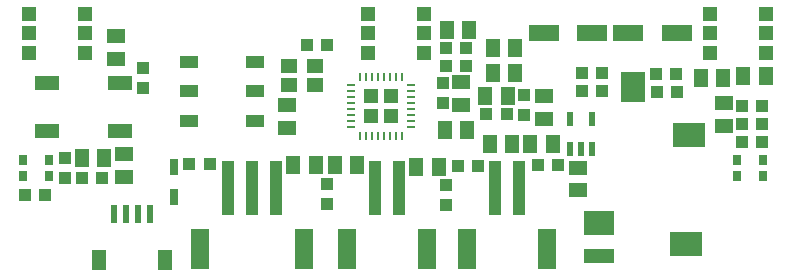
<source format=gbr>
G04 EAGLE Gerber RS-274X export*
G75*
%MOMM*%
%FSLAX34Y34*%
%LPD*%
%INSolderpaste Top*%
%IPPOS*%
%AMOC8*
5,1,8,0,0,1.08239X$1,22.5*%
G01*
%ADD10R,1.500000X1.240000*%
%ADD11R,1.240000X1.500000*%
%ADD12R,2.000000X1.200000*%
%ADD13R,1.300000X1.200000*%
%ADD14R,0.250000X0.800000*%
%ADD15R,0.800000X0.250000*%
%ADD16R,1.143000X1.143000*%
%ADD17R,2.600000X1.400000*%
%ADD18R,0.660000X0.900000*%
%ADD19R,0.550000X1.200000*%
%ADD20R,1.000000X1.075000*%
%ADD21R,1.300000X1.500000*%
%ADD22R,1.000000X4.600000*%
%ADD23R,1.600000X3.400000*%
%ADD24R,1.500000X1.000000*%
%ADD25R,1.400000X1.200000*%
%ADD26R,1.075000X1.000000*%
%ADD27R,0.800000X1.350000*%
%ADD28R,0.600000X1.550000*%
%ADD29R,1.200000X1.800000*%
%ADD30R,2.700000X2.000000*%
%ADD31R,2.800000X2.000000*%
%ADD32R,2.000000X2.500000*%
%ADD33R,2.600000X2.000000*%
%ADD34R,2.600000X1.200000*%


D10*
X88265Y181635D03*
X88265Y200635D03*
D11*
X638150Y167005D03*
X619150Y167005D03*
D12*
X29325Y160970D03*
X91325Y160970D03*
X91325Y120970D03*
X29325Y120970D03*
D13*
X61600Y186700D03*
X61600Y219700D03*
X14600Y186700D03*
X14600Y219700D03*
X61600Y203200D03*
X14600Y203200D03*
D14*
X329920Y166605D03*
X324920Y166605D03*
X319920Y166605D03*
X314920Y166605D03*
X309920Y166605D03*
X304920Y166605D03*
X299920Y166605D03*
X294920Y166605D03*
D15*
X287420Y159105D03*
X287420Y154105D03*
X287420Y149105D03*
X287420Y144105D03*
X287420Y139105D03*
X287420Y134105D03*
X287420Y129105D03*
X287420Y124105D03*
D14*
X294920Y116605D03*
X299920Y116605D03*
X304920Y116605D03*
X309920Y116605D03*
X314920Y116605D03*
X319920Y116605D03*
X324920Y116605D03*
X329920Y116605D03*
D15*
X337420Y124105D03*
X337420Y129105D03*
X337420Y134105D03*
X337420Y139105D03*
X337420Y144105D03*
X337420Y149105D03*
X337420Y154105D03*
X337420Y159105D03*
D16*
X304165Y149860D03*
X320675Y133350D03*
X320675Y149860D03*
X304165Y133350D03*
D17*
X491035Y203200D03*
X450035Y203200D03*
X562790Y203835D03*
X521790Y203835D03*
D11*
X400710Y150495D03*
X419710Y150495D03*
X368325Y206375D03*
X387325Y206375D03*
D18*
X613890Y82150D03*
X635790Y82150D03*
X635790Y95650D03*
X613890Y95650D03*
X31270Y95650D03*
X9370Y95650D03*
X9370Y82150D03*
X31270Y82150D03*
D19*
X472465Y105109D03*
X481965Y105109D03*
X491465Y105109D03*
X491465Y131111D03*
X472465Y131111D03*
D10*
X479425Y89510D03*
X479425Y70510D03*
X450215Y149835D03*
X450215Y130835D03*
D20*
X365125Y160900D03*
X365125Y143900D03*
D10*
X380365Y161900D03*
X380365Y142900D03*
D21*
X407060Y190500D03*
X426060Y190500D03*
X407060Y169545D03*
X426060Y169545D03*
D22*
X429100Y72560D03*
X409100Y72560D03*
D23*
X453100Y20560D03*
X385100Y20560D03*
D22*
X327500Y72560D03*
X307500Y72560D03*
D23*
X351500Y20560D03*
X283500Y20560D03*
D13*
X348620Y186700D03*
X348620Y219700D03*
X301620Y186700D03*
X301620Y219700D03*
X348620Y203200D03*
X301620Y203200D03*
X638180Y186700D03*
X638180Y219700D03*
X591180Y186700D03*
X591180Y219700D03*
X638180Y203200D03*
X591180Y203200D03*
D24*
X149800Y129305D03*
X149800Y154305D03*
X149800Y179305D03*
X205800Y179305D03*
X205800Y154305D03*
X205800Y129305D03*
D25*
X234110Y175640D03*
X256110Y175640D03*
X234110Y159640D03*
X256110Y159640D03*
D26*
X401710Y135255D03*
X418710Y135255D03*
X367420Y190500D03*
X384420Y190500D03*
X249945Y193040D03*
X266945Y193040D03*
D20*
X433705Y151375D03*
X433705Y134375D03*
D26*
X28185Y66675D03*
X11185Y66675D03*
X618245Y111125D03*
X635245Y111125D03*
X618245Y126365D03*
X635245Y126365D03*
D20*
X45085Y97400D03*
X45085Y80400D03*
D10*
X602615Y125120D03*
X602615Y144120D03*
D11*
X59080Y97790D03*
X78080Y97790D03*
D26*
X618245Y141605D03*
X635245Y141605D03*
X76445Y80645D03*
X59445Y80645D03*
D10*
X94615Y81940D03*
X94615Y100940D03*
D11*
X601955Y165735D03*
X582955Y165735D03*
D26*
X367420Y175260D03*
X384420Y175260D03*
X499355Y169545D03*
X482355Y169545D03*
X545220Y168910D03*
X562220Y168910D03*
D11*
X292075Y91440D03*
X273075Y91440D03*
X361290Y90170D03*
X342290Y90170D03*
D20*
X266700Y75810D03*
X266700Y58810D03*
X367665Y74540D03*
X367665Y57540D03*
D11*
X438810Y109220D03*
X457810Y109220D03*
X404520Y109220D03*
X423520Y109220D03*
D26*
X445525Y91440D03*
X462525Y91440D03*
X394580Y90805D03*
X377580Y90805D03*
X562855Y153670D03*
X545855Y153670D03*
X482355Y154305D03*
X499355Y154305D03*
D10*
X232410Y123215D03*
X232410Y142215D03*
D11*
X366420Y121285D03*
X385420Y121285D03*
X257150Y91440D03*
X238150Y91440D03*
D22*
X223200Y72720D03*
X203200Y72720D03*
D23*
X247200Y20720D03*
X159200Y20720D03*
D22*
X183200Y72720D03*
D26*
X167250Y92710D03*
X150250Y92710D03*
D27*
X137160Y90170D03*
X137160Y64770D03*
D28*
X96600Y50540D03*
X106600Y50540D03*
X86600Y50540D03*
X116600Y50540D03*
D29*
X73600Y11540D03*
X129600Y11540D03*
D20*
X111125Y157235D03*
X111125Y174235D03*
D30*
X570400Y25000D03*
D31*
X573400Y117000D03*
D32*
X525900Y158000D03*
D33*
X497400Y43000D03*
D34*
X497400Y15000D03*
M02*

</source>
